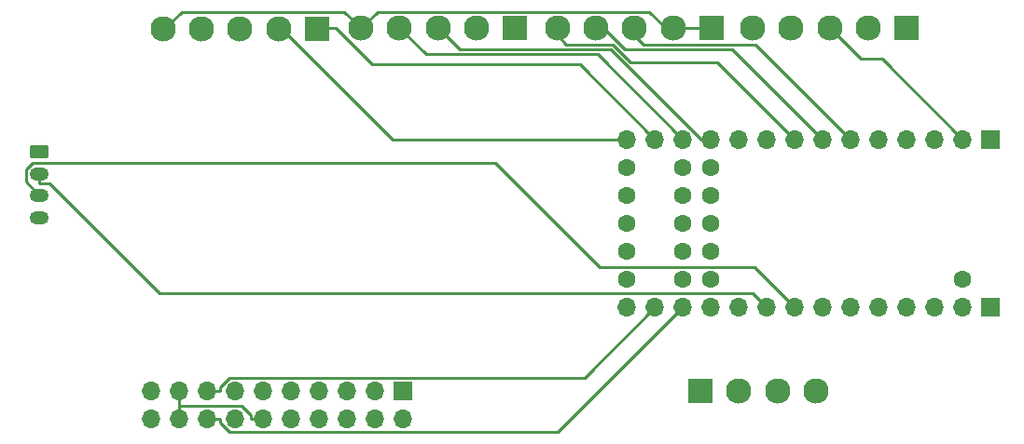
<source format=gbr>
%TF.GenerationSoftware,KiCad,Pcbnew,7.0.7*%
%TF.CreationDate,2023-08-25T02:36:16+09:00*%
%TF.ProjectId,PrecisionFightingBoard,50726563-6973-4696-9f6e-466967687469,rev?*%
%TF.SameCoordinates,Original*%
%TF.FileFunction,Copper,L1,Top*%
%TF.FilePolarity,Positive*%
%FSLAX46Y46*%
G04 Gerber Fmt 4.6, Leading zero omitted, Abs format (unit mm)*
G04 Created by KiCad (PCBNEW 7.0.7) date 2023-08-25 02:36:16*
%MOMM*%
%LPD*%
G01*
G04 APERTURE LIST*
G04 Aperture macros list*
%AMRoundRect*
0 Rectangle with rounded corners*
0 $1 Rounding radius*
0 $2 $3 $4 $5 $6 $7 $8 $9 X,Y pos of 4 corners*
0 Add a 4 corners polygon primitive as box body*
4,1,4,$2,$3,$4,$5,$6,$7,$8,$9,$2,$3,0*
0 Add four circle primitives for the rounded corners*
1,1,$1+$1,$2,$3*
1,1,$1+$1,$4,$5*
1,1,$1+$1,$6,$7*
1,1,$1+$1,$8,$9*
0 Add four rect primitives between the rounded corners*
20,1,$1+$1,$2,$3,$4,$5,0*
20,1,$1+$1,$4,$5,$6,$7,0*
20,1,$1+$1,$6,$7,$8,$9,0*
20,1,$1+$1,$8,$9,$2,$3,0*%
G04 Aperture macros list end*
%TA.AperFunction,ComponentPad*%
%ADD10R,1.700000X1.700000*%
%TD*%
%TA.AperFunction,ComponentPad*%
%ADD11O,1.700000X1.700000*%
%TD*%
%TA.AperFunction,ComponentPad*%
%ADD12R,2.300000X2.300000*%
%TD*%
%TA.AperFunction,ComponentPad*%
%ADD13C,2.300000*%
%TD*%
%TA.AperFunction,ComponentPad*%
%ADD14C,1.600000*%
%TD*%
%TA.AperFunction,ComponentPad*%
%ADD15RoundRect,0.250000X-0.625000X0.350000X-0.625000X-0.350000X0.625000X-0.350000X0.625000X0.350000X0*%
%TD*%
%TA.AperFunction,ComponentPad*%
%ADD16O,1.750000X1.200000*%
%TD*%
%TA.AperFunction,Conductor*%
%ADD17C,0.250000*%
%TD*%
G04 APERTURE END LIST*
D10*
%TO.P,J4,1,Pin_1*%
%TO.N,unconnected-(J4-Pin_1-Pad1)*%
X160020000Y-73660000D03*
D11*
%TO.P,J4,2,Pin_2*%
%TO.N,unconnected-(J4-Pin_2-Pad2)*%
X157480000Y-73660000D03*
%TO.P,J4,3,Pin_3*%
%TO.N,unconnected-(J4-Pin_3-Pad3)*%
X154940000Y-73660000D03*
%TO.P,J4,4,Pin_4*%
%TO.N,unconnected-(J4-Pin_4-Pad4)*%
X152400000Y-73660000D03*
%TO.P,J4,5,Pin_5*%
%TO.N,unconnected-(J4-Pin_5-Pad5)*%
X149860000Y-73660000D03*
%TO.P,J4,6,Pin_6*%
%TO.N,unconnected-(J4-Pin_6-Pad6)*%
X147320000Y-73660000D03*
%TO.P,J4,7,Pin_7*%
%TO.N,unconnected-(J4-Pin_7-Pad7)*%
X144780000Y-73660000D03*
%TO.P,J4,8,Pin_8*%
%TO.N,/R3*%
X142240000Y-73660000D03*
%TO.P,J4,9,Pin_9*%
%TO.N,/L3*%
X139700000Y-73660000D03*
%TO.P,J4,10,Pin_10*%
%TO.N,unconnected-(J4-Pin_10-Pad10)*%
X137160000Y-73660000D03*
%TO.P,J4,11,Pin_11*%
%TO.N,unconnected-(J4-Pin_11-Pad11)*%
X134620000Y-73660000D03*
%TO.P,J4,12,Pin_12*%
%TO.N,/LT*%
X132080000Y-73660000D03*
%TO.P,J4,13,Pin_13*%
%TO.N,/RT*%
X129540000Y-73660000D03*
%TO.P,J4,14,Pin_14*%
%TO.N,unconnected-(J4-Pin_14-Pad14)*%
X127000000Y-73660000D03*
%TD*%
D12*
%TO.P,J8,1,Pin_1*%
%TO.N,/GND*%
X134665600Y-48209200D03*
D13*
%TO.P,J8,2,Pin_2*%
X131165600Y-48209200D03*
%TO.P,J8,3,Pin_3*%
%TO.N,/HOME*%
X127665600Y-48209200D03*
%TO.P,J8,4,Pin_4*%
%TO.N,/BACK*%
X124165600Y-48209200D03*
%TO.P,J8,5,Pin_5*%
%TO.N,/START*%
X120665600Y-48209200D03*
%TD*%
D14*
%TO.P,U1,1,GND*%
%TO.N,/GND*%
X160020000Y-58420000D03*
%TO.P,U1,2,0_RX1_CRX2_CS1*%
%TO.N,/UP*%
X157480000Y-58420000D03*
%TO.P,U1,3,1_TX1_CTX2_MISO1*%
%TO.N,/DOWN*%
X154940000Y-58420000D03*
%TO.P,U1,4,2_OUT2*%
%TO.N,/LEFT*%
X152400000Y-58420000D03*
%TO.P,U1,5,3_LRCLK2*%
%TO.N,/RIGHT*%
X149860000Y-58420000D03*
%TO.P,U1,6,4_BCLK2*%
%TO.N,/HOME*%
X147320000Y-58420000D03*
%TO.P,U1,7,5_IN2*%
%TO.N,/BACK*%
X144780000Y-58420000D03*
%TO.P,U1,8,6_OUT1D*%
%TO.N,/START*%
X142240000Y-58420000D03*
%TO.P,U1,9,7_RX2_OUT1A*%
%TO.N,/Y*%
X139700000Y-58420000D03*
%TO.P,U1,10,8_TX2_IN1*%
%TO.N,/X*%
X137160000Y-58420000D03*
%TO.P,U1,11,9_OUT1C*%
%TO.N,/RB*%
X134620000Y-58420000D03*
%TO.P,U1,12,10_CS_MQSR*%
%TO.N,/LB*%
X132080000Y-58420000D03*
%TO.P,U1,13,11_MOSI_CTX1*%
%TO.N,/A*%
X129540000Y-58420000D03*
%TO.P,U1,14,12_MISO_MQSL*%
%TO.N,/B*%
X127000000Y-58420000D03*
%TO.P,U1,15,VBAT*%
%TO.N,unconnected-(U1-VBAT-Pad15)*%
X127000000Y-60960000D03*
%TO.P,U1,16,3V3*%
%TO.N,unconnected-(U1-3V3-Pad16)*%
X127000000Y-63500000D03*
%TO.P,U1,17,GND*%
%TO.N,unconnected-(U1-GND-Pad17)*%
X127000000Y-66040000D03*
%TO.P,U1,18,PROGRAM*%
%TO.N,unconnected-(U1-PROGRAM-Pad18)*%
X127000000Y-68580000D03*
%TO.P,U1,19,ON_OFF*%
%TO.N,unconnected-(U1-ON_OFF-Pad19)*%
X127000000Y-71120000D03*
%TO.P,U1,20,13_SCK_CRX1_LED*%
%TO.N,unconnected-(U1-13_SCK_CRX1_LED-Pad20)*%
X127000000Y-73660000D03*
%TO.P,U1,21,14_A0_TX3_SPDIF_OUT*%
%TO.N,/RT*%
X129540000Y-73660000D03*
%TO.P,U1,22,15_A1_RX3_SPDIF_IN*%
%TO.N,/LT*%
X132080000Y-73660000D03*
%TO.P,U1,23,16_A2_RX4_SCL1*%
%TO.N,unconnected-(U1-16_A2_RX4_SCL1-Pad23)*%
X134620000Y-73660000D03*
%TO.P,U1,24,17_A3_TX4_SDA1*%
%TO.N,unconnected-(U1-17_A3_TX4_SDA1-Pad24)*%
X137160000Y-73660000D03*
%TO.P,U1,25,18_A4_SDA0*%
%TO.N,/L3*%
X139700000Y-73660000D03*
%TO.P,U1,26,19_A5_SCL0*%
%TO.N,/R3*%
X142240000Y-73660000D03*
%TO.P,U1,27,20_A6_TX5_LRCLK1*%
%TO.N,unconnected-(U1-20_A6_TX5_LRCLK1-Pad27)*%
X144780000Y-73660000D03*
%TO.P,U1,28,21_A7_RX5_BCLK1*%
%TO.N,unconnected-(U1-21_A7_RX5_BCLK1-Pad28)*%
X147320000Y-73660000D03*
%TO.P,U1,29,22_A8_CTX1*%
%TO.N,unconnected-(U1-22_A8_CTX1-Pad29)*%
X149860000Y-73660000D03*
%TO.P,U1,30,23_A9_CRX1_MCLK1*%
%TO.N,unconnected-(U1-23_A9_CRX1_MCLK1-Pad30)*%
X152400000Y-73660000D03*
%TO.P,U1,31,3V3*%
%TO.N,unconnected-(U1-3V3-Pad31)*%
X154940000Y-73660000D03*
%TO.P,U1,32,GND*%
%TO.N,/GND*%
X157480000Y-73660000D03*
%TO.P,U1,33,VIN*%
%TO.N,unconnected-(U1-VIN-Pad33)*%
X160020000Y-73660000D03*
%TO.P,U1,34,VUSB*%
%TO.N,unconnected-(U1-VUSB-Pad34)*%
X157480000Y-71120000D03*
%TO.P,U1,35,24_A10_TX6_SCL2*%
%TO.N,unconnected-(U1-24_A10_TX6_SCL2-Pad35)*%
X132080000Y-71120000D03*
%TO.P,U1,36,25_A11_RX6_SDA2*%
%TO.N,unconnected-(U1-25_A11_RX6_SDA2-Pad36)*%
X134620000Y-71120000D03*
%TO.P,U1,37,26_A12_MOSI1*%
%TO.N,unconnected-(U1-26_A12_MOSI1-Pad37)*%
X132080000Y-68580000D03*
%TO.P,U1,38,27_A13_SCK1*%
%TO.N,unconnected-(U1-27_A13_SCK1-Pad38)*%
X134620000Y-68580000D03*
%TO.P,U1,39,28_RX7*%
%TO.N,unconnected-(U1-28_RX7-Pad39)*%
X132080000Y-66040000D03*
%TO.P,U1,40,29_TX7*%
%TO.N,unconnected-(U1-29_TX7-Pad40)*%
X134620000Y-66040000D03*
%TO.P,U1,41,30_CRX3*%
%TO.N,unconnected-(U1-30_CRX3-Pad41)*%
X132080000Y-63500000D03*
%TO.P,U1,42,31_CTX3*%
%TO.N,unconnected-(U1-31_CTX3-Pad42)*%
X134620000Y-63500000D03*
%TO.P,U1,43,32_OUT1B*%
%TO.N,unconnected-(U1-32_OUT1B-Pad43)*%
X132080000Y-60960000D03*
%TO.P,U1,44,33_MCLK2*%
%TO.N,unconnected-(U1-33_MCLK2-Pad44)*%
X134620000Y-60960000D03*
%TD*%
D10*
%TO.P,J3,1,Pin_1*%
%TO.N,/GND*%
X160020000Y-58420000D03*
D11*
%TO.P,J3,2,Pin_2*%
%TO.N,/UP*%
X157480000Y-58420000D03*
%TO.P,J3,3,Pin_3*%
%TO.N,/DOWN*%
X154940000Y-58420000D03*
%TO.P,J3,4,Pin_4*%
%TO.N,/LEFT*%
X152400000Y-58420000D03*
%TO.P,J3,5,Pin_5*%
%TO.N,/RIGHT*%
X149860000Y-58420000D03*
%TO.P,J3,6,Pin_6*%
%TO.N,/HOME*%
X147320000Y-58420000D03*
%TO.P,J3,7,Pin_7*%
%TO.N,/BACK*%
X144780000Y-58420000D03*
%TO.P,J3,8,Pin_8*%
%TO.N,/START*%
X142240000Y-58420000D03*
%TO.P,J3,9,Pin_9*%
%TO.N,/X*%
X139700000Y-58420000D03*
%TO.P,J3,10,Pin_10*%
%TO.N,/Y*%
X137160000Y-58420000D03*
%TO.P,J3,11,Pin_11*%
%TO.N,/RB*%
X134620000Y-58420000D03*
%TO.P,J3,12,Pin_12*%
%TO.N,/LB*%
X132080000Y-58420000D03*
%TO.P,J3,13,Pin_13*%
%TO.N,/A*%
X129540000Y-58420000D03*
%TO.P,J3,14,Pin_14*%
%TO.N,/B*%
X127000000Y-58420000D03*
%TD*%
D12*
%TO.P,J10,1,Pin_1*%
%TO.N,/A*%
X98851600Y-48310800D03*
D13*
%TO.P,J10,2,Pin_2*%
%TO.N,/B*%
X95351600Y-48310800D03*
%TO.P,J10,3,Pin_3*%
%TO.N,/RT*%
X91851600Y-48310800D03*
%TO.P,J10,4,Pin_4*%
%TO.N,/LT*%
X88351600Y-48310800D03*
%TO.P,J10,5,Pin_5*%
%TO.N,/GND*%
X84851600Y-48310800D03*
%TD*%
D10*
%TO.P,J6,1,Pin_1*%
%TO.N,/UP*%
X106680000Y-81280000D03*
D11*
%TO.P,J6,2,Pin_2*%
%TO.N,/DOWN*%
X106680000Y-83820000D03*
%TO.P,J6,3,Pin_3*%
%TO.N,/RIGHT*%
X104140000Y-81280000D03*
%TO.P,J6,4,Pin_4*%
%TO.N,/LEFT*%
X104140000Y-83820000D03*
%TO.P,J6,5,Pin_5*%
%TO.N,/BACK*%
X101600000Y-81280000D03*
%TO.P,J6,6,Pin_6*%
%TO.N,/HOME*%
X101600000Y-83820000D03*
%TO.P,J6,7,Pin_7*%
%TO.N,/START*%
X99060000Y-81280000D03*
%TO.P,J6,8,Pin_8*%
%TO.N,/X*%
X99060000Y-83820000D03*
%TO.P,J6,9,Pin_9*%
%TO.N,/Y*%
X96520000Y-81280000D03*
%TO.P,J6,10,Pin_10*%
%TO.N,/RB*%
X96520000Y-83820000D03*
%TO.P,J6,11,Pin_11*%
%TO.N,/LB*%
X93980000Y-81280000D03*
%TO.P,J6,12,Pin_12*%
%TO.N,/GND*%
X93980000Y-83820000D03*
%TO.P,J6,13,Pin_13*%
%TO.N,/A*%
X91440000Y-81280000D03*
%TO.P,J6,14,Pin_14*%
%TO.N,/B*%
X91440000Y-83820000D03*
%TO.P,J6,15,Pin_15*%
%TO.N,/RT*%
X88900000Y-81280000D03*
%TO.P,J6,16,Pin_16*%
%TO.N,/LT*%
X88900000Y-83820000D03*
%TO.P,J6,17,Pin_17*%
%TO.N,/GND*%
X86360000Y-81280000D03*
%TO.P,J6,18,Pin_18*%
X86360000Y-83820000D03*
%TO.P,J6,19,Pin_19*%
%TO.N,/5V*%
X83820000Y-81280000D03*
%TO.P,J6,20,Pin_20*%
X83820000Y-83820000D03*
%TD*%
D12*
%TO.P,J9,1,Pin_1*%
%TO.N,/X*%
X116840000Y-48260000D03*
D13*
%TO.P,J9,2,Pin_2*%
%TO.N,/Y*%
X113340000Y-48260000D03*
%TO.P,J9,3,Pin_3*%
%TO.N,/RB*%
X109840000Y-48260000D03*
%TO.P,J9,4,Pin_4*%
%TO.N,/LB*%
X106340000Y-48260000D03*
%TO.P,J9,5,Pin_5*%
%TO.N,/GND*%
X102840000Y-48260000D03*
%TD*%
D12*
%TO.P,J2,1,Pin_1*%
%TO.N,unconnected-(J2-Pin_1-Pad1)*%
X133660000Y-81280000D03*
D13*
%TO.P,J2,2,Pin_2*%
%TO.N,/L3*%
X137160000Y-81280000D03*
%TO.P,J2,3,Pin_3*%
%TO.N,/R3*%
X140660000Y-81280000D03*
%TO.P,J2,4,Pin_4*%
%TO.N,/GND*%
X144160000Y-81280000D03*
%TD*%
D15*
%TO.P,J1,1,Pin_1*%
%TO.N,unconnected-(J1-Pin_1-Pad1)*%
X73660000Y-59500000D03*
D16*
%TO.P,J1,2,Pin_2*%
%TO.N,/L3*%
X73660000Y-61500000D03*
%TO.P,J1,3,Pin_3*%
%TO.N,/R3*%
X73660000Y-63500000D03*
%TO.P,J1,4,Pin_4*%
%TO.N,/GND*%
X73660000Y-65500000D03*
%TD*%
D12*
%TO.P,J7,1,Pin_1*%
%TO.N,/5V*%
X152400000Y-48260000D03*
D13*
%TO.P,J7,2,Pin_2*%
%TO.N,/DOWN*%
X148900000Y-48260000D03*
%TO.P,J7,3,Pin_3*%
%TO.N,/UP*%
X145400000Y-48260000D03*
%TO.P,J7,4,Pin_4*%
%TO.N,/LEFT*%
X141900000Y-48260000D03*
%TO.P,J7,5,Pin_5*%
%TO.N,/RIGHT*%
X138400000Y-48260000D03*
%TD*%
D17*
%TO.N,/L3*%
X139700000Y-73660000D02*
X138405000Y-72365000D01*
X73660000Y-61500000D02*
X73660000Y-62426900D01*
X138405000Y-72365000D02*
X84525000Y-72365000D01*
X74586900Y-62426900D02*
X73660000Y-62426900D01*
X84525000Y-72365000D02*
X74586900Y-62426900D01*
%TO.N,/R3*%
X124478700Y-69993100D02*
X138573100Y-69993100D01*
X72406900Y-62246900D02*
X72406900Y-61139400D01*
X73660000Y-63500000D02*
X72406900Y-62246900D01*
X114986100Y-60500500D02*
X124478700Y-69993100D01*
X138573100Y-69993100D02*
X142240000Y-73660000D01*
X73045800Y-60500500D02*
X114986100Y-60500500D01*
X72406900Y-61139400D02*
X73045800Y-60500500D01*
%TO.N,/GND*%
X101346200Y-46766200D02*
X86553800Y-46766200D01*
X86360000Y-82606500D02*
X91955400Y-82606500D01*
X92803100Y-83454200D02*
X92803100Y-83820000D01*
X93980000Y-83820000D02*
X92803100Y-83820000D01*
X129017900Y-46777900D02*
X104322100Y-46777900D01*
X134000000Y-48260000D02*
X130500000Y-48260000D01*
X102840000Y-48260000D02*
X101346200Y-46766200D01*
X104322100Y-46777900D02*
X102840000Y-48260000D01*
X86360000Y-83820000D02*
X86360000Y-82606500D01*
X91955400Y-82606500D02*
X92803100Y-83454200D01*
X86553800Y-46766200D02*
X85060000Y-48260000D01*
X86360000Y-82606500D02*
X86360000Y-81280000D01*
X130500000Y-48260000D02*
X129017900Y-46777900D01*
%TO.N,/UP*%
X150123500Y-51063500D02*
X148203500Y-51063500D01*
X157480000Y-58420000D02*
X150123500Y-51063500D01*
X148203500Y-51063500D02*
X145400000Y-48260000D01*
%TO.N,/BACK*%
X123500000Y-48260000D02*
X124865100Y-48260000D01*
X136548800Y-50188800D02*
X144780000Y-58420000D01*
X124865100Y-48260000D02*
X126793900Y-50188800D01*
X126793900Y-50188800D02*
X136548800Y-50188800D01*
%TO.N,/HOME*%
X138636900Y-49736900D02*
X128476900Y-49736900D01*
X147320000Y-58420000D02*
X138636900Y-49736900D01*
X128476900Y-49736900D02*
X127000000Y-48260000D01*
%TO.N,/START*%
X121476900Y-49736900D02*
X125702900Y-49736900D01*
X135162400Y-51342400D02*
X142240000Y-58420000D01*
X125702900Y-49736900D02*
X127308400Y-51342400D01*
X127308400Y-51342400D02*
X135162400Y-51342400D01*
X120000000Y-48260000D02*
X121476900Y-49736900D01*
%TO.N,/RB*%
X133746900Y-58420000D02*
X134620000Y-58420000D01*
X125517200Y-50190300D02*
X133746900Y-58420000D01*
X109840000Y-48260000D02*
X111770300Y-50190300D01*
X111770300Y-50190300D02*
X125517200Y-50190300D01*
%TO.N,/LB*%
X106340000Y-48260000D02*
X108722200Y-50642200D01*
X124302200Y-50642200D02*
X132080000Y-58420000D01*
X108722200Y-50642200D02*
X124302200Y-50642200D01*
%TO.N,/A*%
X99060000Y-48260000D02*
X100536900Y-48260000D01*
X122695100Y-51575100D02*
X129540000Y-58420000D01*
X100536900Y-48260000D02*
X103852000Y-51575100D01*
X103852000Y-51575100D02*
X122695100Y-51575100D01*
%TO.N,/B*%
X105720000Y-58420000D02*
X95560000Y-48260000D01*
X127000000Y-58420000D02*
X105720000Y-58420000D01*
%TO.N,/RT*%
X123135700Y-80064300D02*
X90926800Y-80064300D01*
X90076900Y-80914200D02*
X90076900Y-81280000D01*
X88900000Y-81280000D02*
X90076900Y-81280000D01*
X90926800Y-80064300D02*
X90076900Y-80914200D01*
X129540000Y-73660000D02*
X123135700Y-80064300D01*
%TO.N,/LT*%
X90896400Y-85005300D02*
X90076900Y-84185800D01*
X88900000Y-83820000D02*
X90076900Y-83820000D01*
X90076900Y-84185800D02*
X90076900Y-83820000D01*
X132080000Y-73660000D02*
X120734700Y-85005300D01*
X120734700Y-85005300D02*
X90896400Y-85005300D01*
%TD*%
M02*

</source>
